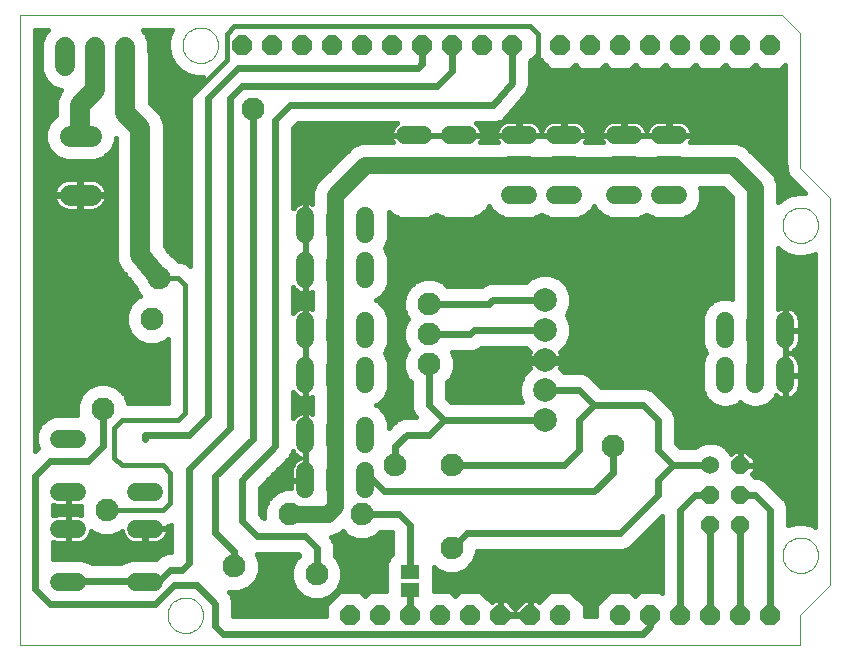
<source format=gbl>
G75*
G70*
%OFA0B0*%
%FSLAX24Y24*%
%IPPOS*%
%LPD*%
%AMOC8*
5,1,8,0,0,1.08239X$1,22.5*
%
%ADD10C,0.0000*%
%ADD11C,0.0600*%
%ADD12OC8,0.0660*%
%ADD13C,0.0787*%
%ADD14C,0.0600*%
%ADD15OC8,0.0600*%
%ADD16C,0.0705*%
%ADD17R,0.0630X0.0460*%
%ADD18C,0.0650*%
%ADD19C,0.0760*%
%ADD20C,0.0240*%
%ADD21C,0.0160*%
%ADD22C,0.0660*%
%ADD23C,0.0560*%
D10*
X000500Y000500D02*
X000500Y021500D01*
X025900Y021500D01*
X026500Y020900D01*
X026500Y016400D01*
X027500Y015400D01*
X027500Y002500D01*
X026500Y001500D01*
X026500Y000500D01*
X000500Y000500D01*
X005409Y001500D02*
X005411Y001548D01*
X005417Y001596D01*
X005427Y001643D01*
X005440Y001689D01*
X005458Y001734D01*
X005478Y001778D01*
X005503Y001820D01*
X005531Y001859D01*
X005561Y001896D01*
X005595Y001930D01*
X005632Y001962D01*
X005670Y001991D01*
X005711Y002016D01*
X005754Y002038D01*
X005799Y002056D01*
X005845Y002070D01*
X005892Y002081D01*
X005940Y002088D01*
X005988Y002091D01*
X006036Y002090D01*
X006084Y002085D01*
X006132Y002076D01*
X006178Y002064D01*
X006223Y002047D01*
X006267Y002027D01*
X006309Y002004D01*
X006349Y001977D01*
X006387Y001947D01*
X006422Y001914D01*
X006454Y001878D01*
X006484Y001840D01*
X006510Y001799D01*
X006532Y001756D01*
X006552Y001712D01*
X006567Y001667D01*
X006579Y001620D01*
X006587Y001572D01*
X006591Y001524D01*
X006591Y001476D01*
X006587Y001428D01*
X006579Y001380D01*
X006567Y001333D01*
X006552Y001288D01*
X006532Y001244D01*
X006510Y001201D01*
X006484Y001160D01*
X006454Y001122D01*
X006422Y001086D01*
X006387Y001053D01*
X006349Y001023D01*
X006309Y000996D01*
X006267Y000973D01*
X006223Y000953D01*
X006178Y000936D01*
X006132Y000924D01*
X006084Y000915D01*
X006036Y000910D01*
X005988Y000909D01*
X005940Y000912D01*
X005892Y000919D01*
X005845Y000930D01*
X005799Y000944D01*
X005754Y000962D01*
X005711Y000984D01*
X005670Y001009D01*
X005632Y001038D01*
X005595Y001070D01*
X005561Y001104D01*
X005531Y001141D01*
X005503Y001180D01*
X005478Y001222D01*
X005458Y001266D01*
X005440Y001311D01*
X005427Y001357D01*
X005417Y001404D01*
X005411Y001452D01*
X005409Y001500D01*
X025909Y003500D02*
X025911Y003548D01*
X025917Y003596D01*
X025927Y003643D01*
X025940Y003689D01*
X025958Y003734D01*
X025978Y003778D01*
X026003Y003820D01*
X026031Y003859D01*
X026061Y003896D01*
X026095Y003930D01*
X026132Y003962D01*
X026170Y003991D01*
X026211Y004016D01*
X026254Y004038D01*
X026299Y004056D01*
X026345Y004070D01*
X026392Y004081D01*
X026440Y004088D01*
X026488Y004091D01*
X026536Y004090D01*
X026584Y004085D01*
X026632Y004076D01*
X026678Y004064D01*
X026723Y004047D01*
X026767Y004027D01*
X026809Y004004D01*
X026849Y003977D01*
X026887Y003947D01*
X026922Y003914D01*
X026954Y003878D01*
X026984Y003840D01*
X027010Y003799D01*
X027032Y003756D01*
X027052Y003712D01*
X027067Y003667D01*
X027079Y003620D01*
X027087Y003572D01*
X027091Y003524D01*
X027091Y003476D01*
X027087Y003428D01*
X027079Y003380D01*
X027067Y003333D01*
X027052Y003288D01*
X027032Y003244D01*
X027010Y003201D01*
X026984Y003160D01*
X026954Y003122D01*
X026922Y003086D01*
X026887Y003053D01*
X026849Y003023D01*
X026809Y002996D01*
X026767Y002973D01*
X026723Y002953D01*
X026678Y002936D01*
X026632Y002924D01*
X026584Y002915D01*
X026536Y002910D01*
X026488Y002909D01*
X026440Y002912D01*
X026392Y002919D01*
X026345Y002930D01*
X026299Y002944D01*
X026254Y002962D01*
X026211Y002984D01*
X026170Y003009D01*
X026132Y003038D01*
X026095Y003070D01*
X026061Y003104D01*
X026031Y003141D01*
X026003Y003180D01*
X025978Y003222D01*
X025958Y003266D01*
X025940Y003311D01*
X025927Y003357D01*
X025917Y003404D01*
X025911Y003452D01*
X025909Y003500D01*
X025909Y014500D02*
X025911Y014548D01*
X025917Y014596D01*
X025927Y014643D01*
X025940Y014689D01*
X025958Y014734D01*
X025978Y014778D01*
X026003Y014820D01*
X026031Y014859D01*
X026061Y014896D01*
X026095Y014930D01*
X026132Y014962D01*
X026170Y014991D01*
X026211Y015016D01*
X026254Y015038D01*
X026299Y015056D01*
X026345Y015070D01*
X026392Y015081D01*
X026440Y015088D01*
X026488Y015091D01*
X026536Y015090D01*
X026584Y015085D01*
X026632Y015076D01*
X026678Y015064D01*
X026723Y015047D01*
X026767Y015027D01*
X026809Y015004D01*
X026849Y014977D01*
X026887Y014947D01*
X026922Y014914D01*
X026954Y014878D01*
X026984Y014840D01*
X027010Y014799D01*
X027032Y014756D01*
X027052Y014712D01*
X027067Y014667D01*
X027079Y014620D01*
X027087Y014572D01*
X027091Y014524D01*
X027091Y014476D01*
X027087Y014428D01*
X027079Y014380D01*
X027067Y014333D01*
X027052Y014288D01*
X027032Y014244D01*
X027010Y014201D01*
X026984Y014160D01*
X026954Y014122D01*
X026922Y014086D01*
X026887Y014053D01*
X026849Y014023D01*
X026809Y013996D01*
X026767Y013973D01*
X026723Y013953D01*
X026678Y013936D01*
X026632Y013924D01*
X026584Y013915D01*
X026536Y013910D01*
X026488Y013909D01*
X026440Y013912D01*
X026392Y013919D01*
X026345Y013930D01*
X026299Y013944D01*
X026254Y013962D01*
X026211Y013984D01*
X026170Y014009D01*
X026132Y014038D01*
X026095Y014070D01*
X026061Y014104D01*
X026031Y014141D01*
X026003Y014180D01*
X025978Y014222D01*
X025958Y014266D01*
X025940Y014311D01*
X025927Y014357D01*
X025917Y014404D01*
X025911Y014452D01*
X025909Y014500D01*
X005909Y020500D02*
X005911Y020548D01*
X005917Y020596D01*
X005927Y020643D01*
X005940Y020689D01*
X005958Y020734D01*
X005978Y020778D01*
X006003Y020820D01*
X006031Y020859D01*
X006061Y020896D01*
X006095Y020930D01*
X006132Y020962D01*
X006170Y020991D01*
X006211Y021016D01*
X006254Y021038D01*
X006299Y021056D01*
X006345Y021070D01*
X006392Y021081D01*
X006440Y021088D01*
X006488Y021091D01*
X006536Y021090D01*
X006584Y021085D01*
X006632Y021076D01*
X006678Y021064D01*
X006723Y021047D01*
X006767Y021027D01*
X006809Y021004D01*
X006849Y020977D01*
X006887Y020947D01*
X006922Y020914D01*
X006954Y020878D01*
X006984Y020840D01*
X007010Y020799D01*
X007032Y020756D01*
X007052Y020712D01*
X007067Y020667D01*
X007079Y020620D01*
X007087Y020572D01*
X007091Y020524D01*
X007091Y020476D01*
X007087Y020428D01*
X007079Y020380D01*
X007067Y020333D01*
X007052Y020288D01*
X007032Y020244D01*
X007010Y020201D01*
X006984Y020160D01*
X006954Y020122D01*
X006922Y020086D01*
X006887Y020053D01*
X006849Y020023D01*
X006809Y019996D01*
X006767Y019973D01*
X006723Y019953D01*
X006678Y019936D01*
X006632Y019924D01*
X006584Y019915D01*
X006536Y019910D01*
X006488Y019909D01*
X006440Y019912D01*
X006392Y019919D01*
X006345Y019930D01*
X006299Y019944D01*
X006254Y019962D01*
X006211Y019984D01*
X006170Y020009D01*
X006132Y020038D01*
X006095Y020070D01*
X006061Y020104D01*
X006031Y020141D01*
X006003Y020180D01*
X005978Y020222D01*
X005958Y020266D01*
X005940Y020311D01*
X005927Y020357D01*
X005917Y020404D01*
X005911Y020452D01*
X005909Y020500D01*
D11*
X010000Y014800D02*
X010000Y014200D01*
X011000Y014200D02*
X011000Y014800D01*
X012000Y014800D02*
X012000Y014200D01*
X012000Y013300D02*
X012000Y012700D01*
X011000Y012700D02*
X011000Y013300D01*
X010000Y013300D02*
X010000Y012700D01*
X010000Y011300D02*
X010000Y010700D01*
X011000Y010700D02*
X011000Y011300D01*
X012000Y011300D02*
X012000Y010700D01*
X012000Y009800D02*
X012000Y009200D01*
X011000Y009200D02*
X011000Y009800D01*
X010000Y009800D02*
X010000Y009200D01*
X010000Y007800D02*
X010000Y007200D01*
X011000Y007200D02*
X011000Y007800D01*
X012000Y007800D02*
X012000Y007200D01*
X012000Y006300D02*
X012000Y005700D01*
X011000Y005700D02*
X011000Y006300D01*
X010000Y006300D02*
X010000Y005700D01*
X004955Y005610D02*
X004355Y005610D01*
X004355Y004390D02*
X004955Y004390D01*
X004955Y002610D02*
X004355Y002610D01*
X002395Y002610D02*
X001795Y002610D01*
X001795Y004390D02*
X002395Y004390D01*
X002395Y005610D02*
X001795Y005610D01*
X001795Y007390D02*
X002395Y007390D01*
X004355Y007390D02*

X013325Y017500D02*
X013925Y017500D01*
X014825Y017500D02*
X015425Y017500D01*
X016825Y017500D02*
X017425Y017500D01*
X018325Y017500D02*
X018925Y017500D01*
X018925Y016500D02*
X018325Y016500D01*
X017425Y016500D02*
X016825Y016500D01*
X016825Y015500D02*
X017425Y015500D01*
X018325Y015500D02*
X018925Y015500D01*
X020325Y015500D02*
X020925Y015500D01*
X021825Y015500D02*
X022425Y015500D01*
X022425Y016500D02*
X021825Y016500D01*
X020925Y016500D02*
X020325Y016500D01*
X020325Y017500D02*
X020925Y017500D01*
X021825Y017500D02*
X022425Y017500D01*
X024000Y011300D02*
X024000Y010700D01*
X024000Y009800D02*
X024000Y009200D01*
X025000Y009200D02*
X025000Y009800D01*
X025000Y010700D02*
X025000Y011300D01*
X026000Y011300D02*
X026000Y010700D01*
X026000Y009800D02*
X026000Y009200D01*
D12*
X025500Y001500D03*
X024500Y001500D03*
X023500Y001500D03*
X022500Y001500D03*
X021500Y001500D03*
X020500Y001500D03*
X018500Y001500D03*
X017500Y001500D03*
X016500Y001500D03*
X015500Y001500D03*
X014500Y001500D03*
X013500Y001500D03*
X012500Y001500D03*
X011500Y001500D03*
X011900Y020500D03*
X012900Y020500D03*
X013900Y020500D03*
X014900Y020500D03*
X015900Y020500D03*
X016900Y020500D03*
X018500Y020500D03*
X019500Y020500D03*
X020500Y020500D03*
X021500Y020500D03*
X022500Y020500D03*
X023500Y020500D03*
X024500Y020500D03*
X025500Y020500D03*
X010900Y020500D03*
X009900Y020500D03*
X008900Y020500D03*
X007900Y020500D03*
D13*
X018000Y012000D03*
X018000Y011000D03*
X018000Y010000D03*
X018000Y009000D03*
X018000Y008000D03*
D14*
X023500Y006500D03*
D15*
X024500Y006500D03*
X024500Y005500D03*
X023500Y005500D03*
X023500Y004500D03*
X024500Y004500D03*
D16*
X002853Y015516D02*
X002148Y015516D01*
X002148Y017484D02*
X002853Y017484D01*
D17*
X013500Y002925D03*
X013500Y002325D03*
D18*
X004000Y019800D02*
X004000Y020450D01*
X003000Y020450D02*
X003000Y019800D01*
X002000Y019800D02*
X002000Y020450D01*
D19*
X005750Y018750D03*
X008250Y018375D03*
X005125Y012750D03*
X004875Y011375D03*
X003250Y008375D03*
X003375Y005000D03*
X007625Y003125D03*
X009500Y004875D03*
X010375Y002875D03*
X012000Y003000D03*
X011875Y004875D03*
X013000Y006500D03*
X014875Y006500D03*
X014875Y003750D03*
X020250Y007125D03*
X021500Y003750D03*
X025125Y007625D03*
X014125Y009875D03*
X014125Y010875D03*
X014125Y011875D03*
D20*
X016125Y011875D01*
X016250Y012000D01*
X018000Y012000D01*
X018000Y011000D02*
X015625Y011000D01*
X015500Y010875D01*
X014125Y010875D01*
X014125Y009875D02*
X014125Y008500D01*
X014625Y008000D01*
X018000Y008000D01*
X019125Y008000D02*
X019125Y007000D01*
X018625Y006500D01*
X014875Y006500D01*
X014125Y007500D02*
X013375Y007500D01*
X013000Y007125D01*
X013000Y006500D01*
X012250Y006000D02*
X012625Y005625D01*
X019625Y005625D01*
X020250Y006250D01*
X020250Y007125D01*
X019125Y008000D02*
X019625Y008500D01*
X021250Y008500D01*
X021750Y008000D01*
X021750Y007000D01*
X022250Y006500D01*
X023500Y006500D01*
X023500Y005500D02*
X023000Y005500D01*
X022500Y005000D01*
X022500Y001500D01*
X021500Y001500D02*
X021500Y001125D01*
X021250Y000875D01*
X007250Y000875D01*
X007000Y001125D01*
X007000Y001875D01*
X006375Y002500D01*
X005625Y002500D01*
X005000Y001875D01*
X001500Y001875D01*
X001000Y002375D01*
X001000Y006125D01*
X001500Y006625D01*
X002750Y006625D01*
X003250Y007125D01*
X003250Y008375D01*
X004670Y007500D02*
X004655Y007390D01*
X004670Y007500D02*
X006125Y007500D01*
X006750Y008125D01*
X006750Y018750D01*
X007750Y019750D01*
X013750Y019750D01*
X013875Y019875D01*
X013875Y020000D01*
X013875Y020500D01*
X014875Y020500D02*
X014875Y019625D01*
X014375Y019125D01*
X007875Y019125D01*
X007500Y018750D01*
X007500Y007750D01*
X006125Y006375D01*
X006125Y003250D01*
X005875Y003000D01*
X005500Y003000D01*
X005125Y002625D01*
X004625Y002625D01*
X002125Y002625D01*
X004625Y002625D02*
X004625Y002640D01*
X004655Y002610D01*
X007000Y004250D02*
X007625Y003625D01*
X007625Y003125D01*
X008375Y004125D02*
X010000Y004125D01*
X010375Y003750D01*
X010375Y002875D01*
X008375Y004125D02*
X007875Y004625D01*
X007875Y006000D01*
X009000Y007125D01*
X009000Y018000D01*
X009500Y018500D01*
X016250Y018500D01*
X016875Y019250D01*
X016875Y020500D01*
X008250Y018375D02*
X008250Y007375D01*
X007000Y006125D01*
X007000Y004250D01*
X011875Y004875D02*
X013125Y004875D01*
X013500Y004500D01*
X013500Y002925D01*
X013500Y002325D02*
X013500Y001500D01*
X014875Y003750D02*
X015375Y004250D01*
X020500Y004250D01*
X021750Y005500D01*
X021750Y006000D01*
X022250Y006500D01*
X023500Y004500D02*
X023500Y001500D01*
X024500Y001500D02*
X024500Y004500D01*
X024500Y005500D02*
X025000Y005500D01*
X025500Y005000D01*
X025500Y001500D01*
X017500Y001500D02*
X016500Y001500D01*
X012250Y006000D02*
X012000Y006000D01*
X014125Y007500D02*
X014625Y008000D01*
X018000Y009000D02*
X019125Y009000D01*
X019625Y008500D01*
D21*
X019874Y009100D02*
X019634Y009340D01*
X019465Y009509D01*
X019244Y009600D01*
X018636Y009600D01*
X018506Y009730D01*
X018532Y009780D01*
X018560Y009866D01*
X018568Y009920D01*
X018080Y009920D01*
X018080Y010080D01*
X018568Y010080D01*
X018560Y010134D01*
X018532Y010220D01*
X018506Y010270D01*
X018741Y010505D01*
X018874Y010826D01*
X018874Y011174D01*
X018741Y011495D01*
X018736Y011500D01*
X018741Y011505D01*
X018874Y011826D01*
X018874Y012174D01*
X018741Y012495D01*
X018495Y012741D01*
X018174Y012874D01*
X017826Y012874D01*
X017505Y012741D01*
X017364Y012600D01*
X016131Y012600D01*
X015910Y012509D01*
X015880Y012479D01*
X015871Y012475D01*
X014741Y012475D01*
X014612Y012604D01*
X014296Y012735D01*
X013954Y012735D01*
X013638Y012604D01*
X013396Y012362D01*
X013265Y012046D01*
X013265Y011704D01*
X013396Y011388D01*
X013409Y011375D01*
X013396Y011362D01*
X013265Y011046D01*
X013265Y010704D01*
X013396Y010388D01*
X013409Y010375D01*
X013396Y010362D01*
X013265Y010046D01*
X013265Y009704D01*
X013396Y009388D01*
X013525Y009259D01*
X013525Y008381D01*
X013616Y008160D01*
X013676Y008100D01*
X013256Y008100D01*
X013035Y008009D01*
X012866Y007840D01*
X012866Y007840D01*
X012780Y007754D01*
X012780Y007955D01*
X012661Y008242D01*
X012442Y008461D01*
X012348Y008500D01*
X012442Y008539D01*
X012661Y008758D01*
X012780Y009045D01*
X012780Y009955D01*
X012661Y010242D01*
X012653Y010250D01*
X012661Y010258D01*
X012780Y010545D01*
X012780Y011455D01*
X012661Y011742D01*
X012442Y011961D01*
X012348Y012000D01*
X012442Y012039D01*
X012661Y012258D01*
X012780Y012545D01*
X012780Y013455D01*
X012661Y013742D01*
X012653Y013750D01*
X012661Y013758D01*
X012780Y014045D01*
X012780Y014942D01*
X012883Y014839D01*
X013170Y014720D01*
X014080Y014720D01*
X014367Y014839D01*
X014375Y014847D01*
X014383Y014839D01*
X014670Y014720D01*
X015580Y014720D01*
X015867Y014839D01*
X016086Y015058D01*
X016125Y015152D01*
X016164Y015058D01*
X016383Y014839D01*
X016670Y014720D01*
X017580Y014720D01*
X017867Y014839D01*
X017875Y014847D01*
X017883Y014839D01*
X018170Y014720D01*
X019080Y014720D01*
X019367Y014839D01*
X019586Y015058D01*
X019625Y015152D01*
X019664Y015058D01*
X019883Y014839D01*
X020170Y014720D01*
X021080Y014720D01*
X021367Y014839D01*
X021375Y014847D01*
X021383Y014839D01*
X021670Y014720D01*
X022580Y014720D01*
X022867Y014839D01*
X023086Y015058D01*
X023205Y015345D01*
X023205Y015655D01*
X023170Y015740D01*
X023935Y015740D01*
X024240Y015435D01*
X024240Y012045D01*
X024155Y012080D01*
X023845Y012080D01*
X023558Y011961D01*
X023339Y011742D01*
X023220Y011455D01*
X023220Y010545D01*
X023339Y010258D01*
X023347Y010250D01*
X023339Y010242D01*
X023220Y009955D01*
X023220Y009045D01*
X023339Y008758D01*
X023558Y008539D01*
X023845Y008420D01*
X024155Y008420D01*
X024442Y008539D01*
X024500Y008597D01*
X024558Y008539D01*
X024845Y008420D01*
X025155Y008420D01*
X025442Y008539D01*
X025661Y008758D01*
X025691Y008831D01*
X025748Y008789D01*
X025816Y008755D01*
X025888Y008732D01*
X025962Y008720D01*
X025980Y008720D01*
X025980Y009480D01*
X026020Y009480D01*
X026020Y009520D01*
X025980Y009520D01*
X025980Y010980D01*
X026020Y010980D01*
X026020Y011020D01*
X026480Y011020D01*
X026480Y011338D01*
X026468Y011412D01*
X026445Y011484D01*
X026411Y011552D01*
X026366Y011613D01*
X026313Y011666D01*
X026252Y011711D01*
X026184Y011745D01*
X026112Y011768D01*
X026038Y011780D01*
X026020Y011780D01*
X026020Y011020D01*
X025980Y011020D01*
X025980Y011780D01*
X025962Y011780D01*
X025888Y011768D01*
X025816Y011745D01*
X025760Y011716D01*
X025760Y013726D01*
X025843Y013643D01*
X026087Y013502D01*
X026359Y013429D01*
X026641Y013429D01*
X026913Y013502D01*
X027000Y013553D01*
X027000Y004447D01*
X026913Y004498D01*
X026641Y004571D01*
X026359Y004571D01*
X026100Y004501D01*
X026100Y005119D01*
X026009Y005340D01*
X025840Y005509D01*
X025340Y006009D01*
X025119Y006100D01*
X025003Y006100D01*
X024891Y006212D01*
X024980Y006301D01*
X024980Y006480D01*
X024520Y006480D01*
X024520Y006520D01*
X024480Y006520D01*
X024480Y006980D01*
X024301Y006980D01*
X024191Y006870D01*
X024161Y006942D01*
X023942Y007161D01*
X023655Y007280D01*
X023345Y007280D01*
X023058Y007161D01*
X022997Y007100D01*
X022499Y007100D01*
X022350Y007249D01*
X022350Y008119D01*
X022259Y008340D01*
X021759Y008840D01*
X021590Y009009D01*
X021369Y009100D01*
X019874Y009100D01*
X019756Y009218D02*
X023220Y009218D01*
X023220Y009376D02*
X019598Y009376D01*
X019402Y009535D02*
X023220Y009535D01*
X023220Y009693D02*
X018543Y009693D01*
X018555Y009852D02*
X023220Y009852D01*
X023243Y010010D02*
X018080Y010010D01*
X017920Y010010D02*
X014985Y010010D01*
X014985Y010046D02*
X014890Y010275D01*
X015619Y010275D01*
X015840Y010366D01*
X015874Y010400D01*
X017364Y010400D01*
X017494Y010270D01*
X017468Y010220D01*
X017440Y010134D01*
X017432Y010080D01*
X017920Y010080D01*
X017920Y009920D01*
X017432Y009920D01*
X017440Y009866D01*
X017468Y009780D01*
X017494Y009730D01*
X017259Y009495D01*
X017126Y009174D01*
X017126Y008826D01*
X017220Y008600D01*
X014874Y008600D01*
X014725Y008749D01*
X014725Y009259D01*
X014854Y009388D01*
X014985Y009704D01*
X014985Y010046D01*
X014934Y010169D02*
X017452Y010169D01*
X017437Y010327D02*
X015745Y010327D01*
X014985Y009852D02*
X017445Y009852D01*
X017457Y009693D02*
X014980Y009693D01*
X014915Y009535D02*
X017299Y009535D01*
X017210Y009376D02*
X014842Y009376D01*
X014725Y009218D02*
X017144Y009218D01*
X017126Y009059D02*
X014725Y009059D01*
X014725Y008901D02*
X017126Y008901D01*
X017161Y008742D02*
X014732Y008742D01*
X013525Y008742D02*
X012645Y008742D01*
X012720Y008901D02*
X013525Y008901D01*
X013525Y009059D02*
X012780Y009059D01*
X012780Y009218D02*
X013525Y009218D01*
X013408Y009376D02*
X012780Y009376D01*
X012780Y009535D02*
X013335Y009535D01*
X013270Y009693D02*
X012780Y009693D01*
X012780Y009852D02*
X013265Y009852D01*
X013265Y010010D02*
X012757Y010010D01*
X012692Y010169D02*
X013316Y010169D01*
X013381Y010327D02*
X012690Y010327D01*
X012755Y010486D02*
X013355Y010486D01*
X013290Y010644D02*
X012780Y010644D01*
X012780Y010803D02*
X013265Y010803D01*
X013265Y010961D02*
X012780Y010961D01*
X012780Y011120D02*
X013295Y011120D01*
X013361Y011278D02*
X012780Y011278D01*
X012780Y011437D02*
X013376Y011437D01*
X013310Y011595D02*
X012722Y011595D01*
X012650Y011754D02*
X013265Y011754D01*
X013265Y011912D02*
X012491Y011912D01*
X012474Y012071D02*
X013275Y012071D01*
X013341Y012229D02*
X012632Y012229D01*
X012715Y012388D02*
X013421Y012388D01*
X013580Y012546D02*
X012780Y012546D01*
X012780Y012705D02*
X013880Y012705D01*
X014370Y012705D02*
X017469Y012705D01*
X017800Y012863D02*
X012780Y012863D01*
X012780Y013022D02*
X024240Y013022D01*
X024240Y013180D02*
X012780Y013180D01*
X012780Y013339D02*
X024240Y013339D01*
X024240Y013497D02*
X012763Y013497D01*
X012697Y013656D02*
X024240Y013656D01*
X024240Y013814D02*
X012684Y013814D01*
X012750Y013973D02*
X024240Y013973D01*
X024240Y014131D02*
X012780Y014131D01*
X012780Y014290D02*
X024240Y014290D01*
X024240Y014448D02*
X012780Y014448D01*
X012780Y014607D02*
X024240Y014607D01*
X024240Y014765D02*
X022689Y014765D01*
X022952Y014924D02*
X024240Y014924D01*
X024240Y015082D02*
X023096Y015082D01*
X023162Y015241D02*
X024240Y015241D01*
X024240Y015399D02*
X023205Y015399D01*
X023205Y015558D02*
X024118Y015558D01*
X023959Y015716D02*
X023180Y015716D01*
X021561Y014765D02*
X021189Y014765D01*
X020061Y014765D02*
X019189Y014765D01*
X019452Y014924D02*
X019798Y014924D01*
X019654Y015082D02*
X019596Y015082D01*
X018061Y014765D02*
X017689Y014765D01*
X016561Y014765D02*
X015689Y014765D01*
X015952Y014924D02*
X016298Y014924D01*
X016154Y015082D02*
X016096Y015082D01*
X014561Y014765D02*
X014189Y014765D01*
X013061Y014765D02*
X012780Y014765D01*
X012780Y014924D02*
X012798Y014924D01*
X010934Y016509D02*
X009600Y016509D01*
X009600Y016667D02*
X011092Y016667D01*
X011251Y016826D02*
X009600Y016826D01*
X009600Y016984D02*
X011409Y016984D01*
X011356Y016931D02*
X010356Y015931D01*
X010240Y015651D01*
X010240Y015216D01*
X010184Y015245D01*
X010112Y015268D01*
X010038Y015280D01*
X010020Y015280D01*
X010020Y014520D01*
X009980Y014520D01*
X009980Y015280D01*
X009962Y015280D01*
X009888Y015268D01*
X009816Y015245D01*
X009748Y015211D01*
X009687Y015166D01*
X009634Y015113D01*
X009600Y015066D01*
X009600Y017751D01*
X009749Y017900D01*
X013059Y017900D01*
X013012Y017866D01*
X012959Y017813D01*
X012914Y017752D01*
X012880Y017684D01*
X012857Y017612D01*
X012845Y017538D01*
X012845Y017520D01*
X013605Y017520D01*
X013605Y017480D01*
X012845Y017480D01*
X012845Y017462D01*
X012857Y017388D01*
X012880Y017316D01*
X012909Y017260D01*
X011849Y017260D01*
X011569Y017144D01*
X011356Y016931D01*
X011568Y017143D02*
X009600Y017143D01*
X009600Y017301D02*
X012888Y017301D01*
X012845Y017460D02*
X009600Y017460D01*
X009600Y017618D02*
X012859Y017618D01*
X012933Y017777D02*
X009625Y017777D01*
X009600Y016350D02*
X010775Y016350D01*
X010617Y016192D02*
X009600Y016192D01*
X009600Y016033D02*
X010458Y016033D01*
X010333Y015875D02*
X009600Y015875D01*
X009600Y015716D02*
X010267Y015716D01*
X010240Y015558D02*
X009600Y015558D01*
X009600Y015399D02*
X010240Y015399D01*
X010240Y015241D02*
X010193Y015241D01*
X010020Y015241D02*
X009980Y015241D01*
X009980Y015082D02*
X010020Y015082D01*
X010020Y014924D02*
X009980Y014924D01*
X009980Y014765D02*
X010020Y014765D01*
X010020Y014607D02*
X009980Y014607D01*
X009980Y014480D02*
X010020Y014480D01*
X010020Y013020D01*
X009980Y013020D01*
X009980Y013780D01*
X009980Y014480D01*
X009980Y014448D02*
X010020Y014448D01*
X010020Y014290D02*
X009980Y014290D01*
X009980Y014131D02*
X010020Y014131D01*
X010020Y013973D02*
X009980Y013973D01*
X009980Y013814D02*
X010020Y013814D01*
X010020Y013656D02*
X009980Y013656D01*
X009980Y013497D02*
X010020Y013497D01*
X010020Y013339D02*
X009980Y013339D01*
X009980Y013180D02*
X010020Y013180D01*
X010020Y013022D02*
X009980Y013022D01*
X009980Y012980D02*
X010020Y012980D01*
X010020Y012220D01*
X010038Y012220D01*
X010112Y012232D01*
X010184Y012255D01*
X010240Y012284D01*
X010240Y011716D01*
X010184Y011745D01*
X010112Y011768D01*
X010038Y011780D01*
X010020Y011780D01*
X010020Y011020D01*
X009980Y011020D01*
X009980Y011780D01*
X009962Y011780D01*
X009888Y011768D01*
X009816Y011745D01*
X009748Y011711D01*
X009687Y011666D01*
X009634Y011613D01*
X009600Y011566D01*
X009600Y012434D01*
X009634Y012387D01*
X009687Y012334D01*
X009748Y012289D01*
X009816Y012255D01*
X009888Y012232D01*
X009962Y012220D01*
X009980Y012220D01*
X009980Y012980D01*
X009980Y012863D02*
X010020Y012863D01*
X010020Y012705D02*
X009980Y012705D01*
X009980Y012546D02*
X010020Y012546D01*
X010020Y012388D02*
X009980Y012388D01*
X009980Y012229D02*
X010020Y012229D01*
X010095Y012229D02*
X010240Y012229D01*
X010240Y012071D02*
X009600Y012071D01*
X009600Y012229D02*
X009905Y012229D01*
X009634Y012388D02*
X009600Y012388D01*
X009600Y011912D02*
X010240Y011912D01*
X010240Y011754D02*
X010158Y011754D01*
X010020Y011754D02*
X009980Y011754D01*
X009842Y011754D02*
X009600Y011754D01*
X009600Y011595D02*
X009621Y011595D01*
X009980Y011595D02*
X010020Y011595D01*
X010020Y011437D02*
X009980Y011437D01*
X009980Y011278D02*
X010020Y011278D01*
X010020Y011120D02*
X009980Y011120D01*
X009980Y010980D02*
X010020Y010980D01*
X010020Y009520D01*
X009980Y009520D01*
X009980Y010280D01*
X009980Y010980D01*
X009980Y010961D02*
X010020Y010961D01*
X010020Y010803D02*
X009980Y010803D01*
X009980Y010644D02*
X010020Y010644D01*
X010020Y010486D02*
X009980Y010486D01*
X009980Y010327D02*
X010020Y010327D01*
X010020Y010169D02*
X009980Y010169D01*
X009980Y010010D02*
X010020Y010010D01*
X010020Y009852D02*
X009980Y009852D01*
X009980Y009693D02*
X010020Y009693D01*
X010020Y009535D02*
X009980Y009535D01*
X009980Y009480D02*
X010020Y009480D01*
X010020Y008720D01*
X010038Y008720D01*
X010112Y008732D01*
X010184Y008755D01*
X010240Y008784D01*
X010240Y008216D01*
X010184Y008245D01*
X010112Y008268D01*
X010038Y008280D01*
X010020Y008280D01*
X010020Y007520D01*
X009980Y007520D01*
X009980Y008280D01*
X009962Y008280D01*
X009888Y008268D01*
X009816Y008245D01*
X009748Y008211D01*
X009687Y008166D01*
X009634Y008113D01*
X009600Y008066D01*
X009600Y008934D01*
X009634Y008887D01*
X009687Y008834D01*
X009748Y008789D01*
X009816Y008755D01*
X009888Y008732D01*
X009962Y008720D01*
X009980Y008720D01*
X009980Y009480D01*
X009980Y009376D02*
X010020Y009376D01*
X010020Y009218D02*
X009980Y009218D01*
X009980Y009059D02*
X010020Y009059D01*
X010020Y008901D02*
X009980Y008901D01*
X009980Y008742D02*
X010020Y008742D01*
X010144Y008742D02*
X010240Y008742D01*
X010240Y008584D02*
X009600Y008584D01*
X009600Y008742D02*
X009856Y008742D01*
X009624Y008901D02*
X009600Y008901D01*
X009600Y008425D02*
X010240Y008425D01*
X010240Y008267D02*
X010118Y008267D01*
X010020Y008267D02*
X009980Y008267D01*
X009882Y008267D02*
X009600Y008267D01*
X009600Y008108D02*
X009630Y008108D01*
X009980Y008108D02*
X010020Y008108D01*
X010020Y007950D02*
X009980Y007950D01*
X009980Y007791D02*
X010020Y007791D01*
X010020Y007633D02*
X009980Y007633D01*
X009980Y007480D02*
X010020Y007480D01*
X010020Y006020D01*
X009980Y006020D01*
X009980Y006720D01*
X009980Y007480D01*
X009980Y007474D02*
X010020Y007474D01*
X010020Y007316D02*
X009980Y007316D01*
X009980Y007157D02*
X010020Y007157D01*
X010020Y006999D02*
X009980Y006999D01*
X009980Y006840D02*
X010020Y006840D01*
X010020Y006682D02*
X009980Y006682D01*
X009980Y006523D02*
X010020Y006523D01*
X010020Y006365D02*
X009980Y006365D01*
X009980Y006206D02*
X010020Y006206D01*
X010020Y006048D02*
X009980Y006048D01*
X009980Y006020D02*
X009980Y005980D01*
X009520Y005980D01*
X009520Y005735D01*
X009329Y005735D01*
X009013Y005604D01*
X008771Y005362D01*
X008640Y005046D01*
X008640Y004725D01*
X008624Y004725D01*
X008475Y004874D01*
X008475Y005751D01*
X009509Y006785D01*
X009582Y006963D01*
X009589Y006948D01*
X009634Y006887D01*
X009687Y006834D01*
X009748Y006789D01*
X009816Y006755D01*
X009832Y006750D01*
X009816Y006745D01*
X009748Y006711D01*
X009687Y006666D01*
X009634Y006613D01*
X009589Y006552D01*
X009555Y006484D01*
X009532Y006412D01*
X009520Y006338D01*
X009520Y006020D01*
X009980Y006020D01*
X009520Y006048D02*
X008771Y006048D01*
X008930Y006206D02*
X009520Y006206D01*
X009524Y006365D02*
X009088Y006365D01*
X009247Y006523D02*
X009575Y006523D01*
X009708Y006682D02*
X009405Y006682D01*
X009531Y006840D02*
X009681Y006840D01*
X009520Y005889D02*
X008613Y005889D01*
X008475Y005731D02*
X009318Y005731D01*
X008981Y005572D02*
X008475Y005572D01*
X008475Y005414D02*
X008822Y005414D01*
X008727Y005255D02*
X008475Y005255D01*
X008475Y005097D02*
X008661Y005097D01*
X008640Y004938D02*
X008475Y004938D01*
X008569Y004780D02*
X008640Y004780D01*
X008390Y003525D02*
X009751Y003525D01*
X009775Y003501D01*
X009775Y003491D01*
X009646Y003362D01*
X009515Y003046D01*
X009515Y002704D01*
X009646Y002388D01*
X009888Y002146D01*
X010204Y002015D01*
X010546Y002015D01*
X010862Y002146D01*
X011104Y002388D01*
X011235Y002704D01*
X011235Y003046D01*
X011104Y003362D01*
X010975Y003491D01*
X010975Y003869D01*
X010884Y004090D01*
X010859Y004115D01*
X010901Y004115D01*
X011181Y004231D01*
X011242Y004292D01*
X011388Y004146D01*
X011704Y004015D01*
X012046Y004015D01*
X012362Y004146D01*
X012491Y004275D01*
X012876Y004275D01*
X012900Y004251D01*
X012900Y003549D01*
X012778Y003427D01*
X012705Y003250D01*
X012705Y002310D01*
X012164Y002310D01*
X012000Y002146D01*
X011836Y002310D01*
X011164Y002310D01*
X010690Y001836D01*
X010690Y001475D01*
X007600Y001475D01*
X007600Y001994D01*
X007509Y002215D01*
X007459Y002265D01*
X007796Y002265D01*
X008112Y002396D01*
X008354Y002638D01*
X008485Y002954D01*
X008485Y003296D01*
X008390Y003525D01*
X008396Y003512D02*
X009765Y003512D01*
X009642Y003353D02*
X008461Y003353D01*
X008485Y003195D02*
X009576Y003195D01*
X009515Y003036D02*
X008485Y003036D01*
X008453Y002878D02*
X009515Y002878D01*
X009515Y002719D02*
X008388Y002719D01*
X008277Y002561D02*
X009574Y002561D01*
X009640Y002402D02*
X008118Y002402D01*
X007562Y002085D02*
X010035Y002085D01*
X009790Y002244D02*
X007480Y002244D01*
X007600Y001927D02*
X010781Y001927D01*
X010715Y002085D02*
X010939Y002085D01*
X010960Y002244D02*
X011098Y002244D01*
X011110Y002402D02*
X012705Y002402D01*
X012705Y002561D02*
X011176Y002561D01*
X011235Y002719D02*
X012705Y002719D01*
X012705Y002878D02*
X011235Y002878D01*
X011235Y003036D02*
X012705Y003036D01*
X012705Y003195D02*
X011174Y003195D01*
X011108Y003353D02*
X012747Y003353D01*
X012863Y003512D02*
X010975Y003512D01*
X010975Y003670D02*
X012900Y003670D01*
X012900Y003829D02*
X010975Y003829D01*
X010926Y003987D02*
X012900Y003987D01*
X012900Y004146D02*
X012361Y004146D01*
X011389Y004146D02*
X010975Y004146D01*
X011902Y002244D02*
X012098Y002244D01*
X010690Y001768D02*
X007600Y001768D01*
X007600Y001610D02*
X010690Y001610D01*
X014295Y002310D02*
X014295Y003114D01*
X014388Y003021D01*
X014704Y002890D01*
X015046Y002890D01*
X015362Y003021D01*
X015604Y003263D01*
X015735Y003579D01*
X015735Y003650D01*
X020619Y003650D01*
X020840Y003741D01*
X021900Y004801D01*
X021900Y002246D01*
X021836Y002310D01*
X021164Y002310D01*
X021000Y002146D01*
X020836Y002310D01*
X020164Y002310D01*
X019690Y001836D01*
X019690Y001475D01*
X019310Y001475D01*
X019310Y001836D01*
X018836Y002310D01*
X018164Y002310D01*
X017788Y001933D01*
X017711Y002010D01*
X017518Y002010D01*
X017518Y001518D01*
X017482Y001518D01*
X017482Y001482D01*
X016518Y001482D01*
X016518Y001518D01*
X016990Y001518D01*
X017482Y001518D01*
X017482Y002010D01*
X017289Y002010D01*
X017000Y001721D01*
X016711Y002010D01*
X016518Y002010D01*
X016518Y001518D01*
X016482Y001518D01*
X016482Y002010D01*
X016289Y002010D01*
X016212Y001933D01*
X015836Y002310D01*
X015164Y002310D01*
X015000Y002146D01*
X014836Y002310D01*
X014295Y002310D01*
X014295Y002402D02*
X021900Y002402D01*
X021900Y002561D02*
X014295Y002561D01*
X014295Y002719D02*
X021900Y002719D01*
X021900Y002878D02*
X014295Y002878D01*
X014295Y003036D02*
X014373Y003036D01*
X015377Y003036D02*
X021900Y003036D01*
X021900Y003195D02*
X015536Y003195D01*
X015641Y003353D02*
X021900Y003353D01*
X021900Y003512D02*
X015707Y003512D01*
X015902Y002244D02*
X018098Y002244D01*
X017939Y002085D02*
X016061Y002085D01*
X016482Y001927D02*
X016518Y001927D01*
X016518Y001768D02*
X016482Y001768D01*
X016482Y001610D02*
X016518Y001610D01*
X016795Y001927D02*
X017205Y001927D01*
X017047Y001768D02*
X016953Y001768D01*
X017482Y001768D02*
X017518Y001768D01*
X017518Y001610D02*
X017482Y001610D01*
X017482Y001927D02*
X017518Y001927D01*
X018902Y002244D02*
X020098Y002244D01*
X019939Y002085D02*
X019061Y002085D01*
X019219Y001927D02*
X019781Y001927D01*
X019690Y001768D02*
X019310Y001768D01*
X019310Y001610D02*
X019690Y001610D01*
X020902Y002244D02*
X021098Y002244D01*
X020668Y003670D02*
X021900Y003670D01*
X021900Y003829D02*
X020927Y003829D01*
X021086Y003987D02*
X021900Y003987D01*
X021900Y004146D02*
X021244Y004146D01*
X021403Y004304D02*
X021900Y004304D01*
X021900Y004463D02*
X021561Y004463D01*
X021720Y004621D02*
X021900Y004621D01*
X021900Y004780D02*
X021878Y004780D01*
X024480Y006523D02*
X024520Y006523D01*
X024520Y006520D02*
X024520Y006980D01*
X024699Y006980D01*
X024980Y006699D01*
X024980Y006520D01*
X024520Y006520D01*
X024520Y006682D02*
X024480Y006682D01*
X024480Y006840D02*
X024520Y006840D01*
X024839Y006840D02*
X027000Y006840D01*
X027000Y006682D02*
X024980Y006682D01*
X024980Y006523D02*
X027000Y006523D01*
X027000Y006365D02*
X024980Y006365D01*
X024897Y006206D02*
X027000Y006206D01*
X027000Y006048D02*
X025246Y006048D01*
X025460Y005889D02*
X027000Y005889D01*
X027000Y005731D02*
X025618Y005731D01*
X025777Y005572D02*
X027000Y005572D01*
X027000Y005414D02*
X025935Y005414D01*
X026044Y005255D02*
X027000Y005255D01*
X027000Y005097D02*
X026100Y005097D01*
X026100Y004938D02*
X027000Y004938D01*
X027000Y004780D02*
X026100Y004780D01*
X026100Y004621D02*
X027000Y004621D01*
X027000Y004463D02*
X026974Y004463D01*
X027000Y006999D02*
X024105Y006999D01*
X023946Y007157D02*
X027000Y007157D01*
X027000Y007316D02*
X022350Y007316D01*
X022350Y007474D02*
X027000Y007474D01*
X027000Y007633D02*
X022350Y007633D01*
X022350Y007791D02*
X027000Y007791D01*
X027000Y007950D02*
X022350Y007950D01*
X022350Y008108D02*
X027000Y008108D01*
X027000Y008267D02*
X022289Y008267D01*
X022174Y008425D02*
X023833Y008425D01*
X024167Y008425D02*
X024833Y008425D01*
X024513Y008584D02*
X024487Y008584D01*
X025167Y008425D02*
X027000Y008425D01*
X027000Y008584D02*
X025487Y008584D01*
X025645Y008742D02*
X025856Y008742D01*
X025980Y008742D02*
X026020Y008742D01*
X026020Y008720D02*
X026038Y008720D01*
X026112Y008732D01*
X026184Y008755D01*
X026252Y008789D01*
X026313Y008834D01*
X026366Y008887D01*
X026411Y008948D01*
X026445Y009016D01*
X026468Y009088D01*
X026480Y009162D01*
X026480Y009480D01*
X026020Y009480D01*
X026020Y008720D01*
X026144Y008742D02*
X027000Y008742D01*
X027000Y008901D02*
X026376Y008901D01*
X026459Y009059D02*
X027000Y009059D01*
X027000Y009218D02*
X026480Y009218D01*
X026480Y009376D02*
X027000Y009376D01*
X027000Y009535D02*
X026480Y009535D01*
X026480Y009520D02*
X026480Y009838D01*
X026468Y009912D01*
X026445Y009984D01*
X026411Y010052D01*
X026366Y010113D01*
X026313Y010166D01*
X026252Y010211D01*
X026184Y010245D01*
X026168Y010250D01*
X026184Y010255D01*
X026252Y010289D01*
X026313Y010334D01*
X026366Y010387D01*
X026411Y010448D01*
X026445Y010516D01*
X026468Y010588D01*
X026480Y010662D01*
X026480Y010980D01*
X026020Y010980D01*
X026020Y010220D01*
X026020Y009520D01*
X026480Y009520D01*
X026480Y009693D02*
X027000Y009693D01*
X027000Y009852D02*
X026478Y009852D01*
X026432Y010010D02*
X027000Y010010D01*
X027000Y010169D02*
X026309Y010169D01*
X026303Y010327D02*
X027000Y010327D01*
X027000Y010486D02*
X026429Y010486D01*
X026477Y010644D02*
X027000Y010644D01*
X027000Y010803D02*
X026480Y010803D01*
X026480Y010961D02*
X027000Y010961D01*
X027000Y011120D02*
X026480Y011120D01*
X026480Y011278D02*
X027000Y011278D01*
X027000Y011437D02*
X026460Y011437D01*
X026379Y011595D02*
X027000Y011595D01*
X027000Y011754D02*
X026158Y011754D01*
X026020Y011754D02*
X025980Y011754D01*
X025842Y011754D02*
X025760Y011754D01*
X025760Y011912D02*
X027000Y011912D01*
X027000Y012071D02*
X025760Y012071D01*
X025760Y012229D02*
X027000Y012229D01*
X027000Y012388D02*
X025760Y012388D01*
X025760Y012546D02*
X027000Y012546D01*
X027000Y012705D02*
X025760Y012705D01*
X025760Y012863D02*
X027000Y012863D01*
X027000Y013022D02*
X025760Y013022D01*
X025760Y013180D02*
X027000Y013180D01*
X027000Y013339D02*
X025760Y013339D01*
X025760Y013497D02*
X026107Y013497D01*
X025830Y013656D02*
X025760Y013656D01*
X026893Y013497D02*
X027000Y013497D01*
X025760Y015274D02*
X025760Y015901D01*
X025644Y016181D01*
X025431Y016394D01*
X025431Y016394D01*
X024681Y017144D01*
X024401Y017260D01*
X022841Y017260D01*
X022870Y017316D01*
X022893Y017388D01*
X022905Y017462D01*
X022905Y017480D01*
X022145Y017480D01*
X022145Y017520D01*
X022105Y017520D01*
X022105Y017980D01*
X021787Y017980D01*
X021713Y017968D01*
X021641Y017945D01*
X021573Y017911D01*
X021512Y017866D01*
X021459Y017813D01*
X021414Y017752D01*
X021380Y017684D01*
X021375Y017668D01*
X021370Y017684D01*
X021336Y017752D01*
X021291Y017813D01*
X021238Y017866D01*
X021177Y017911D01*
X021109Y017945D01*
X021037Y017968D01*
X020963Y017980D01*
X020645Y017980D01*
X020645Y017520D01*
X021405Y017520D01*
X022105Y017520D01*
X022105Y017480D01*
X020645Y017480D01*
X020645Y017520D01*
X020605Y017520D01*
X020605Y017980D01*
X020287Y017980D01*
X020213Y017968D01*
X020141Y017945D01*
X020073Y017911D01*
X020012Y017866D01*
X019959Y017813D01*
X019914Y017752D01*
X019880Y017684D01*
X019857Y017612D01*
X019845Y017538D01*
X019845Y017520D01*
X020605Y017520D01*
X020605Y017480D01*
X019845Y017480D01*
X019845Y017462D01*
X019857Y017388D01*
X019880Y017316D01*
X019909Y017260D01*
X019341Y017260D01*
X019370Y017316D01*
X019393Y017388D01*
X019405Y017462D01*
X019405Y017480D01*
X018645Y017480D01*
X018645Y017520D01*
X018605Y017520D01*
X018605Y017980D01*
X018287Y017980D01*
X018213Y017968D01*
X018141Y017945D01*
X018073Y017911D01*
X018012Y017866D01*
X017959Y017813D01*
X017914Y017752D01*
X017880Y017684D01*
X017875Y017668D01*
X017870Y017684D01*
X017836Y017752D01*
X017791Y017813D01*
X017738Y017866D01*
X017677Y017911D01*
X017609Y017945D01*
X017537Y017968D01*
X017463Y017980D01*
X017145Y017980D01*
X017145Y017520D01*
X017905Y017520D01*
X018605Y017520D01*
X018605Y017480D01*
X017145Y017480D01*
X017145Y017520D01*
X017105Y017520D01*
X017105Y017980D01*
X016787Y017980D01*
X016713Y017968D01*
X016641Y017945D01*
X016573Y017911D01*
X016512Y017866D01*
X016459Y017813D01*
X016414Y017752D01*
X016380Y017684D01*
X016357Y017612D01*
X016345Y017538D01*
X016345Y017520D01*
X017105Y017520D01*
X017105Y017480D01*
X016345Y017480D01*
X016345Y017462D01*
X016357Y017388D01*
X016380Y017316D01*
X016409Y017260D01*
X015841Y017260D01*
X015870Y017316D01*
X015893Y017388D01*
X015905Y017462D01*
X015905Y017480D01*
X015145Y017480D01*
X015145Y017520D01*
X015905Y017520D01*
X015905Y017538D01*
X015893Y017612D01*
X015870Y017684D01*
X015836Y017752D01*
X015791Y017813D01*
X015738Y017866D01*
X015691Y017900D01*
X016159Y017900D01*
X016185Y017892D01*
X016277Y017900D01*
X016369Y017900D01*
X016395Y017911D01*
X016423Y017913D01*
X016505Y017956D01*
X016590Y017991D01*
X016610Y018011D01*
X016635Y018024D01*
X016694Y018095D01*
X016759Y018160D01*
X016769Y018186D01*
X017319Y018845D01*
X017384Y018910D01*
X017394Y018936D01*
X017412Y018958D01*
X017440Y019046D01*
X017475Y019131D01*
X017475Y019159D01*
X017483Y019185D01*
X017475Y019277D01*
X017475Y019929D01*
X017700Y020154D01*
X017700Y020154D01*
X018164Y019690D01*
X018836Y019690D01*
X019000Y019854D01*
X019164Y019690D01*
X019836Y019690D01*
X020000Y019854D01*
X020164Y019690D01*
X020836Y019690D01*
X021000Y019854D01*
X021164Y019690D01*
X021836Y019690D01*
X022000Y019854D01*
X022164Y019690D01*
X022836Y019690D01*
X023000Y019854D01*
X023164Y019690D01*
X023836Y019690D01*
X024000Y019854D01*
X024164Y019690D01*
X024836Y019690D01*
X025000Y019854D01*
X025164Y019690D01*
X025836Y019690D01*
X026000Y019854D01*
X026000Y016500D01*
X026020Y016480D01*
X026020Y016305D01*
X026093Y016128D01*
X026228Y015993D01*
X026654Y015567D01*
X026641Y015571D01*
X026359Y015571D01*
X026087Y015498D01*
X025843Y015357D01*
X025760Y015274D01*
X025760Y015399D02*
X025916Y015399D01*
X025760Y015558D02*
X026310Y015558D01*
X026505Y015716D02*
X025760Y015716D01*
X025760Y015875D02*
X026347Y015875D01*
X026188Y016033D02*
X025705Y016033D01*
X025633Y016192D02*
X026067Y016192D01*
X026020Y016350D02*
X025475Y016350D01*
X025316Y016509D02*
X026000Y016509D01*
X026000Y016667D02*
X025158Y016667D01*
X024999Y016826D02*
X026000Y016826D01*
X026000Y016984D02*
X024841Y016984D01*
X024682Y017143D02*
X026000Y017143D01*
X026000Y017301D02*
X022862Y017301D01*
X022905Y017460D02*
X026000Y017460D01*
X026000Y017618D02*
X022891Y017618D01*
X022893Y017612D02*
X022870Y017684D01*
X022836Y017752D01*
X022791Y017813D01*
X022738Y017866D01*
X022677Y017911D01*
X022609Y017945D01*
X022537Y017968D01*
X022463Y017980D01*
X022145Y017980D01*
X022145Y017520D01*
X022905Y017520D01*
X022905Y017538D01*
X022893Y017612D01*
X022817Y017777D02*
X026000Y017777D01*
X026000Y017935D02*
X022629Y017935D01*
X022145Y017935D02*
X022105Y017935D01*
X022105Y017777D02*
X022145Y017777D01*
X022145Y017618D02*
X022105Y017618D01*
X021621Y017935D02*
X021129Y017935D01*
X021317Y017777D02*
X021433Y017777D01*
X020645Y017777D02*
X020605Y017777D01*
X020605Y017935D02*
X020645Y017935D01*
X020645Y017618D02*
X020605Y017618D01*
X020121Y017935D02*
X019129Y017935D01*
X019109Y017945D02*
X019037Y017968D01*
X018963Y017980D01*
X018645Y017980D01*
X018645Y017520D01*
X019405Y017520D01*
X019405Y017538D01*
X019393Y017612D01*
X019370Y017684D01*
X019336Y017752D01*
X019291Y017813D01*
X019238Y017866D01*
X019177Y017911D01*
X019109Y017945D01*
X019317Y017777D02*
X019933Y017777D01*
X019859Y017618D02*
X019391Y017618D01*
X019405Y017460D02*
X019845Y017460D01*
X019888Y017301D02*
X019362Y017301D01*
X018645Y017618D02*
X018605Y017618D01*
X018605Y017777D02*
X018645Y017777D01*
X018645Y017935D02*
X018605Y017935D01*
X018121Y017935D02*
X017629Y017935D01*
X017817Y017777D02*
X017933Y017777D01*
X017145Y017777D02*
X017105Y017777D01*
X017105Y017935D02*
X017145Y017935D01*
X017145Y017618D02*
X017105Y017618D01*
X016621Y017935D02*
X016465Y017935D01*
X016433Y017777D02*
X015817Y017777D01*
X015891Y017618D02*
X016359Y017618D01*
X016345Y017460D02*
X015905Y017460D01*
X015862Y017301D02*
X016388Y017301D01*
X016692Y018094D02*
X026000Y018094D01*
X026000Y018252D02*
X016824Y018252D01*
X016956Y018411D02*
X026000Y018411D01*
X026000Y018569D02*
X017089Y018569D01*
X017221Y018728D02*
X026000Y018728D01*
X026000Y018886D02*
X017360Y018886D01*
X017439Y019045D02*
X026000Y019045D01*
X026000Y019203D02*
X017482Y019203D01*
X017475Y019362D02*
X026000Y019362D01*
X026000Y019520D02*
X017475Y019520D01*
X017475Y019679D02*
X026000Y019679D01*
X025983Y019837D02*
X026000Y019837D01*
X025017Y019837D02*
X024983Y019837D01*
X024017Y019837D02*
X023983Y019837D01*
X023017Y019837D02*
X022983Y019837D01*
X022017Y019837D02*
X021983Y019837D01*
X021017Y019837D02*
X020983Y019837D01*
X020017Y019837D02*
X019983Y019837D01*
X019017Y019837D02*
X018983Y019837D01*
X018017Y019837D02*
X017475Y019837D01*
X017541Y019996D02*
X017859Y019996D01*
X017750Y019500D02*
X017750Y020875D01*
X017500Y021125D01*
X007625Y021125D01*
X007375Y020875D01*
X007375Y020000D01*
X006125Y018750D01*
X006150Y018728D02*
X004810Y018728D01*
X004810Y018586D02*
X004810Y020286D01*
X004805Y020299D01*
X004805Y020610D01*
X004682Y020906D01*
X004588Y021000D01*
X005553Y021000D01*
X005502Y020913D01*
X005429Y020641D01*
X005429Y020359D01*
X005502Y020087D01*
X005643Y019843D01*
X005843Y019643D01*
X006087Y019502D01*
X006359Y019429D01*
X006581Y019429D01*
X006410Y019259D01*
X006241Y019090D01*
X006150Y018869D01*
X006150Y013142D01*
X006067Y013225D01*
X005861Y013310D01*
X005781Y013310D01*
X005612Y013479D01*
X005551Y013505D01*
X005310Y013793D01*
X005310Y017911D01*
X005187Y018209D01*
X004810Y018586D01*
X004826Y018569D02*
X006150Y018569D01*
X006150Y018411D02*
X004985Y018411D01*
X005143Y018252D02*
X006150Y018252D01*
X006150Y018094D02*
X005234Y018094D01*
X005300Y017935D02*
X006150Y017935D01*
X006150Y017777D02*
X005310Y017777D01*
X005310Y017618D02*
X006150Y017618D01*
X006150Y017460D02*
X005310Y017460D01*
X005310Y017301D02*
X006150Y017301D01*
X006150Y017143D02*
X005310Y017143D01*
X005310Y016984D02*
X006150Y016984D01*
X006150Y016826D02*
X005310Y016826D01*
X005310Y016667D02*
X006150Y016667D01*
X006150Y016509D02*
X005310Y016509D01*
X005310Y016350D02*
X006150Y016350D01*
X006150Y016192D02*
X005310Y016192D01*
X005310Y016033D02*
X006150Y016033D01*
X006150Y015875D02*
X005310Y015875D01*
X005310Y015716D02*
X006150Y015716D01*
X006150Y015558D02*
X005310Y015558D01*
X005310Y015399D02*
X006150Y015399D01*
X006150Y015241D02*
X005310Y015241D01*
X005310Y015082D02*
X006150Y015082D01*
X006150Y014924D02*
X005310Y014924D01*
X005310Y014765D02*
X006150Y014765D01*
X006150Y014607D02*
X005310Y014607D01*
X005310Y014448D02*
X006150Y014448D01*
X006150Y014290D02*
X005310Y014290D01*
X005310Y014131D02*
X006150Y014131D01*
X006150Y013973D02*
X005310Y013973D01*
X005310Y013814D02*
X006150Y013814D01*
X006150Y013656D02*
X005425Y013656D01*
X005569Y013497D02*
X006150Y013497D01*
X006150Y013339D02*
X005753Y013339D01*
X006112Y013180D02*
X006150Y013180D01*
X005750Y012750D02*
X006000Y012500D01*
X006000Y008250D01*
X005750Y008000D01*
X003875Y008000D01*
X003625Y007750D01*
X003625Y006750D01*
X003875Y006500D01*
X005250Y006500D01*
X005500Y006250D01*
X005500Y005250D01*
X005250Y005000D01*
X003375Y005000D01*
X002515Y004938D02*
X001600Y004938D01*
X001611Y004835D02*
X001600Y004829D01*
X001600Y005171D01*
X001611Y005165D01*
X001683Y005142D01*
X001757Y005130D01*
X002075Y005130D01*
X002075Y005590D01*
X002115Y005590D01*
X002115Y005130D01*
X002433Y005130D01*
X002507Y005142D01*
X002515Y005144D01*
X002515Y004856D01*
X002507Y004858D01*
X002433Y004870D01*
X002115Y004870D01*
X002115Y004410D01*
X002075Y004410D01*
X002075Y004870D01*
X001757Y004870D01*
X001683Y004858D01*
X001611Y004835D01*
X001600Y005097D02*
X002515Y005097D01*
X002115Y005255D02*
X002075Y005255D01*
X002075Y005414D02*
X002115Y005414D01*
X002115Y005572D02*
X002075Y005572D01*
X002075Y004780D02*
X002115Y004780D01*
X002115Y004621D02*
X002075Y004621D01*
X002075Y004463D02*
X002115Y004463D01*
X002115Y004370D02*
X002115Y003910D01*
X002433Y003910D01*
X002507Y003922D01*
X002579Y003945D01*
X002647Y003979D01*
X002708Y004024D01*
X002761Y004077D01*
X002806Y004138D01*
X002840Y004206D01*
X002863Y004278D01*
X002866Y004293D01*
X002888Y004271D01*
X003204Y004140D01*
X003546Y004140D01*
X003862Y004271D01*
X003884Y004293D01*
X003887Y004278D01*
X003910Y004206D01*
X003944Y004138D01*
X003989Y004077D01*
X004042Y004024D01*
X004103Y003979D01*
X004171Y003945D01*
X004243Y003922D01*
X004317Y003910D01*
X004635Y003910D01*
X004635Y004370D01*
X004675Y004370D01*
X004675Y004410D01*
X005435Y004410D01*
X005435Y004428D01*
X005429Y004468D01*
X005525Y004508D01*
X005525Y003600D01*
X005381Y003600D01*
X005160Y003509D01*
X005041Y003390D01*
X004200Y003390D01*
X003913Y003271D01*
X003867Y003225D01*
X002883Y003225D01*
X002837Y003271D01*
X002550Y003390D01*
X001640Y003390D01*
X001600Y003373D01*
X001600Y003951D01*
X001611Y003945D01*
X001683Y003922D01*
X001757Y003910D01*
X002075Y003910D01*
X002075Y004370D01*
X002115Y004370D01*
X002115Y004304D02*
X002075Y004304D01*
X002075Y004146D02*
X002115Y004146D01*
X002115Y003987D02*
X002075Y003987D01*
X001600Y003829D02*
X005525Y003829D01*
X005525Y003987D02*
X005217Y003987D01*
X005207Y003979D02*
X005268Y004024D01*
X005321Y004077D01*
X005366Y004138D01*
X005400Y004206D01*
X005423Y004278D01*
X005435Y004352D01*
X005435Y004370D01*
X004675Y004370D01*
X004675Y003910D01*
X004993Y003910D01*
X005067Y003922D01*
X005139Y003945D01*
X005207Y003979D01*
X005369Y004146D02*
X005525Y004146D01*
X005525Y004304D02*
X005427Y004304D01*
X005429Y004463D02*
X005525Y004463D01*
X005525Y003670D02*
X001600Y003670D01*
X001600Y003512D02*
X005167Y003512D01*
X004675Y003987D02*
X004635Y003987D01*
X004635Y004146D02*
X004675Y004146D01*
X004675Y004304D02*
X004635Y004304D01*
X004093Y003987D02*
X002657Y003987D01*
X002809Y004146D02*
X003191Y004146D01*
X003559Y004146D02*
X003941Y004146D01*
X004111Y003353D02*
X002639Y003353D01*
X001000Y006974D02*
X001000Y021000D01*
X001412Y021000D01*
X001318Y020906D01*
X001195Y020610D01*
X001195Y019640D01*
X001318Y019344D01*
X001544Y019118D01*
X001840Y018995D01*
X001850Y018995D01*
X001813Y018959D01*
X001690Y018661D01*
X001690Y018196D01*
X001676Y018190D01*
X001442Y017956D01*
X001315Y017650D01*
X001315Y017319D01*
X001442Y017013D01*
X001676Y016778D01*
X001982Y016652D01*
X003018Y016652D01*
X003324Y016778D01*
X003558Y017013D01*
X003685Y017319D01*
X003685Y017419D01*
X003690Y017414D01*
X003690Y013537D01*
X003679Y013413D01*
X003690Y013377D01*
X003690Y013339D01*
X003738Y013224D01*
X003775Y013105D01*
X003799Y013076D01*
X003813Y013041D01*
X003901Y012953D01*
X004316Y012455D01*
X004396Y012263D01*
X004506Y012153D01*
X004388Y012104D01*
X004146Y011862D01*
X004015Y011546D01*
X004015Y011204D01*
X004146Y010888D01*
X004388Y010646D01*
X004704Y010515D01*
X005046Y010515D01*
X005362Y010646D01*
X005440Y010724D01*
X005440Y008560D01*
X004104Y008560D01*
X003979Y008862D01*
X003737Y009104D01*
X003421Y009235D01*
X003079Y009235D01*
X002763Y009104D01*
X002521Y008862D01*
X002390Y008546D01*
X002390Y008204D01*
X002404Y008170D01*
X001640Y008170D01*
X001353Y008051D01*
X001134Y007832D01*
X001015Y007545D01*
X001015Y007235D01*
X001087Y007061D01*
X001000Y006974D01*
X001000Y006999D02*
X001025Y006999D01*
X001000Y007157D02*
X001047Y007157D01*
X001015Y007316D02*
X001000Y007316D01*
X001000Y007474D02*
X001015Y007474D01*
X001000Y007633D02*
X001051Y007633D01*
X001000Y007791D02*
X001117Y007791D01*
X001000Y007950D02*
X001251Y007950D01*
X001490Y008108D02*
X001000Y008108D01*
X001000Y008267D02*
X002390Y008267D01*
X002390Y008425D02*
X001000Y008425D01*
X001000Y008584D02*
X002406Y008584D01*
X002471Y008742D02*
X001000Y008742D01*
X001000Y008901D02*
X002559Y008901D01*
X002718Y009059D02*
X001000Y009059D01*
X001000Y009218D02*
X003037Y009218D01*
X003463Y009218D02*
X005440Y009218D01*
X005440Y009376D02*
X001000Y009376D01*
X001000Y009535D02*
X005440Y009535D01*
X005440Y009693D02*
X001000Y009693D01*
X001000Y009852D02*
X005440Y009852D01*
X005440Y010010D02*
X001000Y010010D01*
X001000Y010169D02*
X005440Y010169D01*
X005440Y010327D02*
X001000Y010327D01*
X001000Y010486D02*
X005440Y010486D01*
X005440Y010644D02*
X005358Y010644D01*
X004392Y010644D02*
X001000Y010644D01*
X001000Y010803D02*
X004231Y010803D01*
X004116Y010961D02*
X001000Y010961D01*
X001000Y011120D02*
X004050Y011120D01*
X004015Y011278D02*
X001000Y011278D01*
X001000Y011437D02*
X004015Y011437D01*
X004035Y011595D02*
X001000Y011595D01*
X001000Y011754D02*
X004101Y011754D01*
X004196Y011912D02*
X001000Y011912D01*
X001000Y012071D02*
X004354Y012071D01*
X004430Y012229D02*
X001000Y012229D01*
X001000Y012388D02*
X004344Y012388D01*
X004241Y012546D02*
X001000Y012546D01*
X001000Y012705D02*
X004109Y012705D01*
X003976Y012863D02*
X001000Y012863D01*
X001000Y013022D02*
X003833Y013022D01*
X003751Y013180D02*
X001000Y013180D01*
X001000Y013339D02*
X003690Y013339D01*
X003686Y013497D02*
X001000Y013497D01*
X001000Y013656D02*
X003690Y013656D01*
X003690Y013814D02*
X001000Y013814D01*
X001000Y013973D02*
X003690Y013973D01*
X003690Y014131D02*
X001000Y014131D01*
X001000Y014290D02*
X003690Y014290D01*
X003690Y014448D02*
X001000Y014448D01*
X001000Y014607D02*
X003690Y014607D01*
X003690Y014765D02*
X001000Y014765D01*
X001000Y014924D02*
X003690Y014924D01*
X003690Y015082D02*
X003161Y015082D01*
X003132Y015060D02*
X003199Y015110D01*
X003259Y015169D01*
X003308Y015237D01*
X003346Y015311D01*
X003372Y015391D01*
X003385Y015474D01*
X003385Y015478D01*
X002538Y015478D01*
X002538Y015553D01*
X003385Y015553D01*
X003385Y015558D01*
X003372Y015640D01*
X003346Y015720D01*
X003308Y015795D01*
X003259Y015863D01*
X003199Y015922D01*
X003132Y015971D01*
X003057Y016009D01*
X002977Y016035D01*
X002894Y016048D01*
X002538Y016048D01*
X002538Y015553D01*
X002462Y015553D01*
X002462Y015478D01*
X001615Y015478D01*
X001615Y015474D01*
X001628Y015391D01*
X001654Y015311D01*
X001692Y015237D01*
X001741Y015169D01*
X001801Y015110D01*
X001868Y015060D01*
X001943Y015022D01*
X002023Y014996D01*
X002106Y014983D01*
X002462Y014983D01*
X002462Y015478D01*
X002538Y015478D01*
X002538Y014983D01*
X002894Y014983D01*
X002977Y014996D01*
X003057Y015022D01*
X003132Y015060D01*
X003310Y015241D02*
X003690Y015241D01*
X003690Y015399D02*
X003373Y015399D01*
X003385Y015558D02*
X003690Y015558D01*
X003690Y015716D02*
X003347Y015716D01*
X003247Y015875D02*
X003690Y015875D01*
X003690Y016033D02*
X002984Y016033D01*
X002538Y016033D02*
X002462Y016033D01*
X002462Y016048D02*
X002106Y016048D01*
X002023Y016035D01*
X001943Y016009D01*
X001868Y015971D01*
X001801Y015922D01*
X001741Y015863D01*
X001692Y015795D01*
X001654Y015720D01*
X001628Y015640D01*
X001615Y015558D01*
X001615Y015553D01*
X002462Y015553D01*
X002462Y016048D01*
X002462Y015875D02*
X002538Y015875D01*
X002538Y015716D02*
X002462Y015716D01*
X002462Y015558D02*
X002538Y015558D01*
X002538Y015399D02*
X002462Y015399D01*
X002462Y015241D02*
X002538Y015241D01*
X002538Y015082D02*
X002462Y015082D01*
X001839Y015082D02*
X001000Y015082D01*
X001000Y015241D02*
X001690Y015241D01*
X001627Y015399D02*
X001000Y015399D01*
X001000Y015558D02*
X001615Y015558D01*
X001653Y015716D02*
X001000Y015716D01*
X001000Y015875D02*
X001753Y015875D01*
X002016Y016033D02*
X001000Y016033D01*
X001000Y016192D02*
X003690Y016192D01*
X003690Y016350D02*
X001000Y016350D01*
X001000Y016509D02*
X003690Y016509D01*
X003690Y016667D02*
X003055Y016667D01*
X003371Y016826D02*
X003690Y016826D01*
X003690Y016984D02*
X003530Y016984D01*
X003612Y017143D02*
X003690Y017143D01*
X003678Y017301D02*
X003690Y017301D01*
X001945Y016667D02*
X001000Y016667D01*
X001000Y016826D02*
X001629Y016826D01*
X001470Y016984D02*
X001000Y016984D01*
X001000Y017143D02*
X001388Y017143D01*
X001322Y017301D02*
X001000Y017301D01*
X001000Y017460D02*
X001315Y017460D01*
X001315Y017618D02*
X001000Y017618D01*
X001000Y017777D02*
X001367Y017777D01*
X001433Y017935D02*
X001000Y017935D01*
X001000Y018094D02*
X001579Y018094D01*
X001690Y018252D02*
X001000Y018252D01*
X001000Y018411D02*
X001690Y018411D01*
X001690Y018569D02*
X001000Y018569D01*
X001000Y018728D02*
X001718Y018728D01*
X001783Y018886D02*
X001000Y018886D01*
X001000Y019045D02*
X001721Y019045D01*
X001459Y019203D02*
X001000Y019203D01*
X001000Y019362D02*
X001311Y019362D01*
X001245Y019520D02*
X001000Y019520D01*
X001000Y019679D02*
X001195Y019679D01*
X001195Y019837D02*
X001000Y019837D01*
X001000Y019996D02*
X001195Y019996D01*
X001195Y020154D02*
X001000Y020154D01*
X001000Y020313D02*
X001195Y020313D01*
X001195Y020471D02*
X001000Y020471D01*
X001000Y020630D02*
X001203Y020630D01*
X001269Y020788D02*
X001000Y020788D01*
X001000Y020947D02*
X001359Y020947D01*
X004641Y020947D02*
X005522Y020947D01*
X005469Y020788D02*
X004731Y020788D01*
X004797Y020630D02*
X005429Y020630D01*
X005429Y020471D02*
X004805Y020471D01*
X004805Y020313D02*
X005442Y020313D01*
X005484Y020154D02*
X004810Y020154D01*
X004810Y019996D02*
X005555Y019996D01*
X005649Y019837D02*
X004810Y019837D01*
X004810Y019679D02*
X005807Y019679D01*
X006056Y019520D02*
X004810Y019520D01*
X004810Y019362D02*
X006513Y019362D01*
X006355Y019203D02*
X004810Y019203D01*
X004810Y019045D02*
X006223Y019045D01*
X006157Y018886D02*
X004810Y018886D01*
X009600Y015241D02*
X009807Y015241D01*
X009612Y015082D02*
X009600Y015082D01*
X005750Y012750D02*
X005125Y012750D01*
X005440Y009059D02*
X003782Y009059D01*
X003941Y008901D02*
X005440Y008901D01*
X005440Y008742D02*
X004029Y008742D01*
X004094Y008584D02*
X005440Y008584D01*
X012478Y008425D02*
X013525Y008425D01*
X013525Y008584D02*
X012487Y008584D01*
X012637Y008267D02*
X013572Y008267D01*
X013668Y008108D02*
X012717Y008108D01*
X012780Y007950D02*
X012976Y007950D01*
X012817Y007791D02*
X012780Y007791D01*
X014125Y011875D02*
X016063Y011875D01*
X016188Y012000D01*
X016250Y012000D01*
X016000Y012546D02*
X014670Y012546D01*
X018200Y012863D02*
X024240Y012863D01*
X024240Y012705D02*
X018531Y012705D01*
X018690Y012546D02*
X024240Y012546D01*
X024240Y012388D02*
X018785Y012388D01*
X018851Y012229D02*
X024240Y012229D01*
X024240Y012071D02*
X024178Y012071D01*
X023822Y012071D02*
X018874Y012071D01*
X018874Y011912D02*
X023509Y011912D01*
X023350Y011754D02*
X018844Y011754D01*
X018778Y011595D02*
X023278Y011595D01*
X023220Y011437D02*
X018765Y011437D01*
X018831Y011278D02*
X023220Y011278D01*
X023220Y011120D02*
X018874Y011120D01*
X018874Y010961D02*
X023220Y010961D01*
X023220Y010803D02*
X018864Y010803D01*
X018798Y010644D02*
X023220Y010644D01*
X023245Y010486D02*
X018721Y010486D01*
X018563Y010327D02*
X023310Y010327D01*
X023308Y010169D02*
X018548Y010169D01*
X021468Y009059D02*
X023220Y009059D01*
X023280Y008901D02*
X021698Y008901D01*
X021759Y008840D02*
X021759Y008840D01*
X021857Y008742D02*
X023355Y008742D01*
X023513Y008584D02*
X022015Y008584D01*
X022442Y007157D02*
X023054Y007157D01*
X025980Y008901D02*
X026020Y008901D01*
X026020Y009059D02*
X025980Y009059D01*
X025980Y009218D02*
X026020Y009218D01*
X026020Y009376D02*
X025980Y009376D01*
X025980Y009535D02*
X026020Y009535D01*
X026020Y009693D02*
X025980Y009693D01*
X025980Y009852D02*
X026020Y009852D01*
X026020Y010010D02*
X025980Y010010D01*
X025980Y010169D02*
X026020Y010169D01*
X026020Y010327D02*
X025980Y010327D01*
X025980Y010486D02*
X026020Y010486D01*
X026020Y010644D02*
X025980Y010644D01*
X025980Y010803D02*
X026020Y010803D01*
X026020Y010961D02*
X025980Y010961D01*
X025980Y011120D02*
X026020Y011120D01*
X026020Y011278D02*
X025980Y011278D01*
X025980Y011437D02*
X026020Y011437D01*
X026020Y011595D02*
X025980Y011595D01*
X015105Y017480D02*
X013645Y017480D01*
X013645Y017520D01*
X014405Y017520D01*
X015105Y017520D01*
X015105Y017480D01*
X013750Y019750D02*
X013875Y020000D01*
X013900Y020500D02*
X013875Y020500D01*
X014875Y020500D02*
X014900Y020500D01*
X015875Y020500D02*
X015900Y020500D01*
X016875Y020500D02*
X016900Y020500D01*
X015098Y002244D02*
X014902Y002244D01*
D22*
X005125Y012750D02*
X004500Y013500D01*
X004500Y017750D01*
X004000Y018250D01*
X004000Y020125D01*
X003000Y020125D02*
X003000Y019000D01*
X002500Y018500D01*
X002500Y017484D01*
D23*
X011000Y015500D02*
X011000Y014500D01*
X011000Y013000D01*
X011000Y011000D01*
X011000Y009500D01*
X011000Y007500D01*
X011000Y006000D01*
X011000Y005125D01*
X010750Y004875D01*
X009500Y004875D01*
X011000Y015500D02*
X012000Y016500D01*
X013625Y016500D01*
X015125Y016500D01*
X017125Y016500D01*
X018625Y016500D01*
X020625Y016500D01*
X022125Y016500D01*
X024250Y016500D01*
X025000Y015750D01*
X025000Y009500D01*
M02*

</source>
